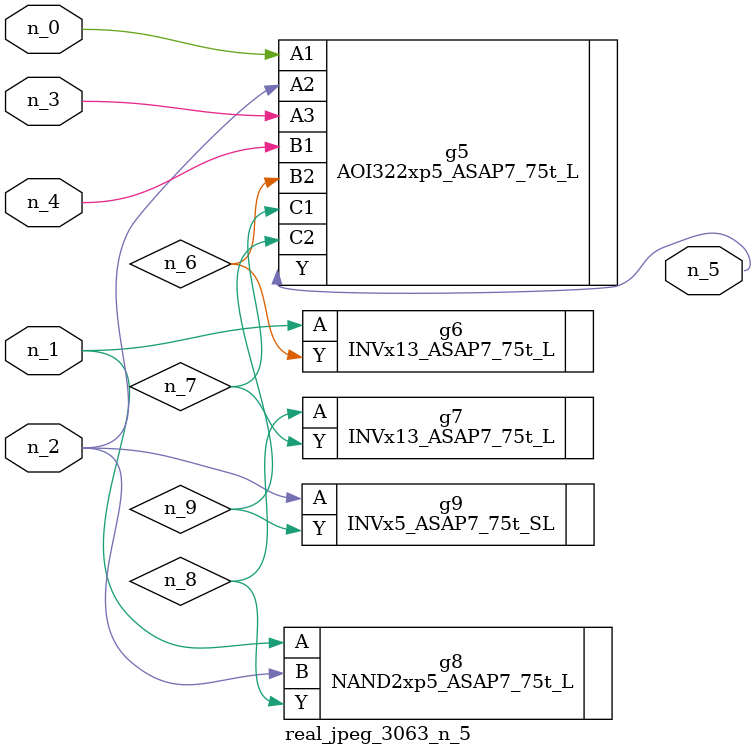
<source format=v>
module real_jpeg_3063_n_5 (n_4, n_0, n_1, n_2, n_3, n_5);

input n_4;
input n_0;
input n_1;
input n_2;
input n_3;

output n_5;

wire n_8;
wire n_6;
wire n_7;
wire n_9;

AOI322xp5_ASAP7_75t_L g5 ( 
.A1(n_0),
.A2(n_2),
.A3(n_3),
.B1(n_4),
.B2(n_6),
.C1(n_7),
.C2(n_9),
.Y(n_5)
);

INVx13_ASAP7_75t_L g6 ( 
.A(n_1),
.Y(n_6)
);

NAND2xp5_ASAP7_75t_L g8 ( 
.A(n_1),
.B(n_2),
.Y(n_8)
);

INVx5_ASAP7_75t_SL g9 ( 
.A(n_2),
.Y(n_9)
);

INVx13_ASAP7_75t_L g7 ( 
.A(n_8),
.Y(n_7)
);


endmodule
</source>
